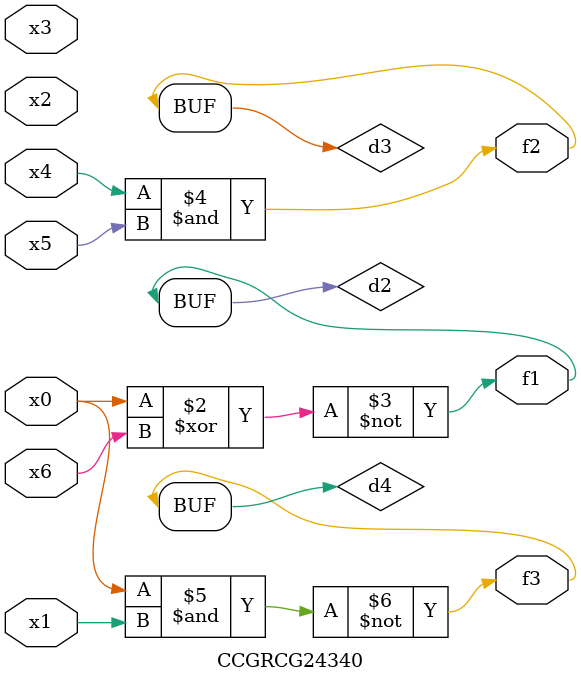
<source format=v>
module CCGRCG24340(
	input x0, x1, x2, x3, x4, x5, x6,
	output f1, f2, f3
);

	wire d1, d2, d3, d4;

	nor (d1, x0);
	xnor (d2, x0, x6);
	and (d3, x4, x5);
	nand (d4, x0, x1);
	assign f1 = d2;
	assign f2 = d3;
	assign f3 = d4;
endmodule

</source>
